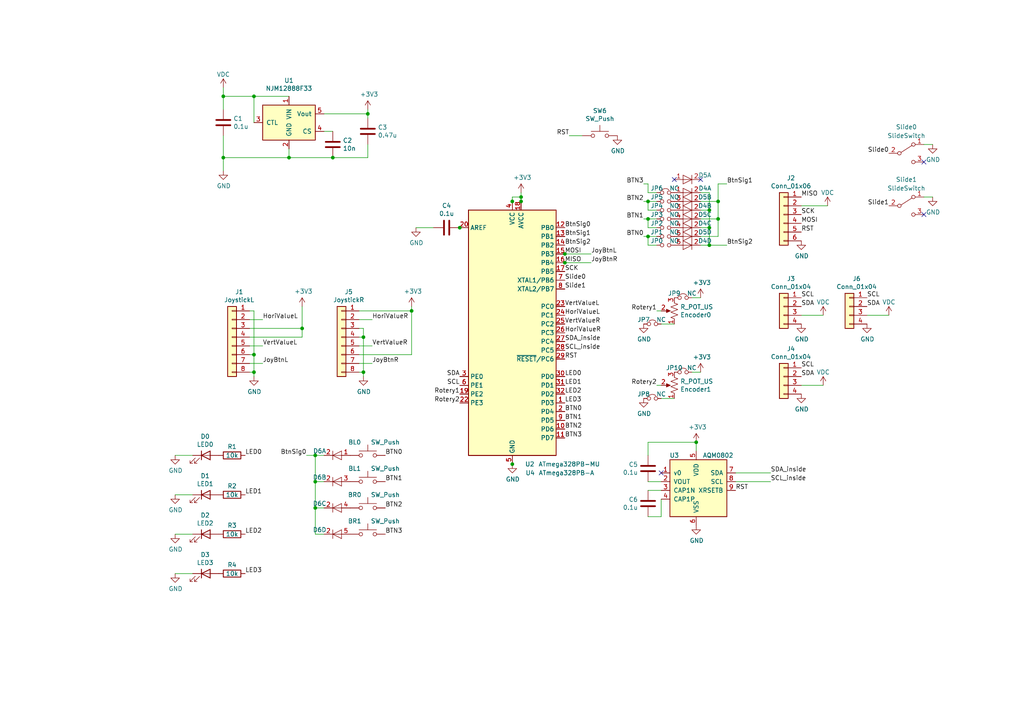
<source format=kicad_sch>
(kicad_sch (version 20230121) (generator eeschema)
  (paper "A4")
  (lib_symbols
    (symbol "Connector_Generic:Conn_01x04" (pin_names (offset 1.016) hide)
      (property "Reference" "J" (at 0 5.08 0))
      (property "Value" "Conn_01x04" (at 0 -7.62 0))
      (symbol "Conn_01x04_1_1"
        (rectangle (start -1.27 -4.953) (end 0 -5.207) (stroke (width 0.1524)))
        (rectangle (start -1.27 -2.413) (end 0 -2.667) (stroke (width 0.1524)))
        (rectangle (start -1.27 0.127) (end 0 -0.127) (stroke (width 0.1524)))
        (rectangle (start -1.27 2.667) (end 0 2.413) (stroke (width 0.1524)))
        (rectangle (start -1.27 3.81) (end 1.27 -6.35) (stroke (width 0.254)) (fill (type background)))
        (pin passive line (at -5.08 2.54 0) (length 3.81) (name "Pin_1") (number "1"))
        (pin passive line (at -5.08 0 0) (length 3.81) (name "Pin_2") (number "2"))
        (pin passive line (at -5.08 -2.54 0) (length 3.81) (name "Pin_3") (number "3"))
        (pin passive line (at -5.08 -5.08 0) (length 3.81) (name "Pin_4") (number "4"))
      )
    )
    (symbol "Connector_Generic:Conn_01x06" (pin_names (offset 1.016) hide)
      (property "Reference" "J" (at 0 7.62 0))
      (property "Value" "Conn_01x06" (at 0 -10.16 0))
      (symbol "Conn_01x06_1_1"
        (rectangle (start -1.27 -7.493) (end 0 -7.747) (stroke (width 0.1524)))
        (rectangle (start -1.27 -4.953) (end 0 -5.207) (stroke (width 0.1524)))
        (rectangle (start -1.27 -2.413) (end 0 -2.667) (stroke (width 0.1524)))
        (rectangle (start -1.27 0.127) (end 0 -0.127) (stroke (width 0.1524)))
        (rectangle (start -1.27 2.667) (end 0 2.413) (stroke (width 0.1524)))
        (rectangle (start -1.27 5.207) (end 0 4.953) (stroke (width 0.1524)))
        (rectangle (start -1.27 6.35) (end 1.27 -8.89) (stroke (width 0.254)) (fill (type background)))
        (pin passive line (at -5.08 5.08 0) (length 3.81) (name "Pin_1") (number "1"))
        (pin passive line (at -5.08 2.54 0) (length 3.81) (name "Pin_2") (number "2"))
        (pin passive line (at -5.08 0 0) (length 3.81) (name "Pin_3") (number "3"))
        (pin passive line (at -5.08 -2.54 0) (length 3.81) (name "Pin_4") (number "4"))
        (pin passive line (at -5.08 -5.08 0) (length 3.81) (name "Pin_5") (number "5"))
        (pin passive line (at -5.08 -7.62 0) (length 3.81) (name "Pin_6") (number "6"))
      )
    )
    (symbol "Connector_Generic:Conn_01x08" (pin_names (offset 1.016) hide)
      (property "Reference" "J" (at 0 10.16 0))
      (property "Value" "Conn_01x08" (at 0 -12.7 0))
      (symbol "Conn_01x08_1_1"
        (rectangle (start -1.27 -10.033) (end 0 -10.287) (stroke (width 0.1524)))
        (rectangle (start -1.27 -7.493) (end 0 -7.747) (stroke (width 0.1524)))
        (rectangle (start -1.27 -4.953) (end 0 -5.207) (stroke (width 0.1524)))
        (rectangle (start -1.27 -2.413) (end 0 -2.667) (stroke (width 0.1524)))
        (rectangle (start -1.27 0.127) (end 0 -0.127) (stroke (width 0.1524)))
        (rectangle (start -1.27 2.667) (end 0 2.413) (stroke (width 0.1524)))
        (rectangle (start -1.27 5.207) (end 0 4.953) (stroke (width 0.1524)))
        (rectangle (start -1.27 7.747) (end 0 7.493) (stroke (width 0.1524)))
        (rectangle (start -1.27 8.89) (end 1.27 -11.43) (stroke (width 0.254)) (fill (type background)))
        (pin passive line (at -5.08 7.62 0) (length 3.81) (name "Pin_1") (number "1"))
        (pin passive line (at -5.08 5.08 0) (length 3.81) (name "Pin_2") (number "2"))
        (pin passive line (at -5.08 2.54 0) (length 3.81) (name "Pin_3") (number "3"))
        (pin passive line (at -5.08 0 0) (length 3.81) (name "Pin_4") (number "4"))
        (pin passive line (at -5.08 -2.54 0) (length 3.81) (name "Pin_5") (number "5"))
        (pin passive line (at -5.08 -5.08 0) (length 3.81) (name "Pin_6") (number "6"))
        (pin passive line (at -5.08 -7.62 0) (length 3.81) (name "Pin_7") (number "7"))
        (pin passive line (at -5.08 -10.16 0) (length 3.81) (name "Pin_8") (number "8"))
      )
    )
    (symbol "Device:C" (pin_numbers hide) (pin_names (offset 0.254))
      (property "Reference" "C" (at 0.635 2.54 0))
      (property "Value" "C" (at 0.635 -2.54 0))
      (symbol "C_0_1"
        (polyline (pts (xy -2.032 -0.762) (xy 2.032 -0.762)) (stroke (width 0.508)))
        (polyline (pts (xy -2.032 0.762) (xy 2.032 0.762)) (stroke (width 0.508)))
      )
      (symbol "C_1_1"
        (pin passive line (at 0 3.81 270) (length 2.794) (name "~") (number "1"))
        (pin passive line (at 0 -3.81 90) (length 2.794) (name "~") (number "2"))
      )
    )
    (symbol "Device:LED" (pin_numbers hide) (pin_names (offset 1.016) hide)
      (property "Reference" "D" (at 0 2.54 0))
      (property "Value" "LED" (at 0 -2.54 0))
      (symbol "LED_0_1"
        (polyline (pts (xy -1.27 -1.27) (xy -1.27 1.27)) (stroke (width 0.254)))
        (polyline (pts (xy -1.27 0) (xy 1.27 0)))
        (polyline (pts (xy 1.27 -1.27) (xy 1.27 1.27) (xy -1.27 0) (xy 1.27 -1.27)) (stroke (width 0.254)))
        (polyline (pts (xy -3.048 -0.762) (xy -4.572 -2.286) (xy -3.81 -2.286) (xy -4.572 -2.286) (xy -4.572 -1.524)))
        (polyline (pts (xy -1.778 -0.762) (xy -3.302 -2.286) (xy -2.54 -2.286) (xy -3.302 -2.286) (xy -3.302 -1.524)))
      )
      (symbol "LED_1_1"
        (pin passive line (at -3.81 0 0) (length 2.54) (name "K") (number "1"))
        (pin passive line (at 3.81 0 180) (length 2.54) (name "A") (number "2"))
      )
    )
    (symbol "Device:R" (pin_numbers hide) (pin_names (offset 0))
      (property "Reference" "R" (at 2.032 0 90))
      (property "Value" "R" (at 0 0 90))
      (symbol "R_0_1"
        (rectangle (start -1.016 -2.54) (end 1.016 2.54) (stroke (width 0.254)))
      )
      (symbol "R_1_1"
        (pin passive line (at 0 3.81 270) (length 1.27) (name "~") (number "1"))
        (pin passive line (at 0 -3.81 90) (length 1.27) (name "~") (number "2"))
      )
    )
    (symbol "I2cControlPanel-rescue:ATmega328PB-MU-MCU_Microchip_ATmega"
      (property "Reference" "U" (at -12.7 36.83 0))
      (property "Value" "ATmega328PB-MU-MCU_Microchip_ATmega" (at 2.54 -36.83 0))
      (symbol "ATmega328PB-MU-MCU_Microchip_ATmega_0_1"
        (rectangle (start -12.7 -35.56) (end 12.7 35.56) (stroke (width 0.254)) (fill (type background)))
      )
      (symbol "ATmega328PB-MU-MCU_Microchip_ATmega_1_1"
        (pin bidirectional line (at 15.24 -20.32 180) (length 2.54) (name "PD3") (number "1"))
        (pin bidirectional line (at 15.24 -27.94 180) (length 2.54) (name "PD6") (number "10"))
        (pin bidirectional line (at 15.24 -30.48 180) (length 2.54) (name "PD7") (number "11"))
        (pin bidirectional line (at 15.24 30.48 180) (length 2.54) (name "PB0") (number "12"))
        (pin bidirectional line (at 15.24 27.94 180) (length 2.54) (name "PB1") (number "13"))
        (pin bidirectional line (at 15.24 25.4 180) (length 2.54) (name "PB2") (number "14"))
        (pin bidirectional line (at 15.24 22.86 180) (length 2.54) (name "PB3") (number "15"))
        (pin bidirectional line (at 15.24 20.32 180) (length 2.54) (name "PB4") (number "16"))
        (pin bidirectional line (at 15.24 17.78 180) (length 2.54) (name "PB5") (number "17"))
        (pin power_in line (at 2.54 38.1 270) (length 2.54) (name "AVCC") (number "18"))
        (pin bidirectional line (at -15.24 -17.78 0) (length 2.54) (name "PE2") (number "19"))
        (pin bidirectional line (at 15.24 -22.86 180) (length 2.54) (name "PD4") (number "2"))
        (pin passive line (at -15.24 30.48 0) (length 2.54) (name "AREF") (number "20"))
        (pin passive line (at 0 -38.1 90) (length 2.54) hide (name "GND") (number "21"))
        (pin bidirectional line (at -15.24 -20.32 0) (length 2.54) (name "PE3") (number "22"))
        (pin bidirectional line (at 15.24 7.62 180) (length 2.54) (name "PC0") (number "23"))
        (pin bidirectional line (at 15.24 5.08 180) (length 2.54) (name "PC1") (number "24"))
        (pin bidirectional line (at 15.24 2.54 180) (length 2.54) (name "PC2") (number "25"))
        (pin bidirectional line (at 15.24 0 180) (length 2.54) (name "PC3") (number "26"))
        (pin bidirectional line (at 15.24 -2.54 180) (length 2.54) (name "PC4") (number "27"))
        (pin bidirectional line (at 15.24 -5.08 180) (length 2.54) (name "PC5") (number "28"))
        (pin bidirectional line (at 15.24 -7.62 180) (length 2.54) (name "~{RESET}/PC6") (number "29"))
        (pin bidirectional line (at -15.24 -12.7 0) (length 2.54) (name "PE0") (number "3"))
        (pin bidirectional line (at 15.24 -12.7 180) (length 2.54) (name "PD0") (number "30"))
        (pin bidirectional line (at 15.24 -15.24 180) (length 2.54) (name "PD1") (number "31"))
        (pin bidirectional line (at 15.24 -17.78 180) (length 2.54) (name "PD2") (number "32"))
        (pin passive line (at 0 -38.1 90) (length 2.54) hide (name "GND") (number "33"))
        (pin power_in line (at 0 38.1 270) (length 2.54) (name "VCC") (number "4"))
        (pin power_in line (at 0 -38.1 90) (length 2.54) (name "GND") (number "5"))
        (pin bidirectional line (at -15.24 -15.24 0) (length 2.54) (name "PE1") (number "6"))
        (pin bidirectional line (at 15.24 15.24 180) (length 2.54) (name "XTAL1/PB6") (number "7"))
        (pin bidirectional line (at 15.24 12.7 180) (length 2.54) (name "XTAL2/PB7") (number "8"))
        (pin bidirectional line (at 15.24 -25.4 180) (length 2.54) (name "PD5") (number "9"))
      )
    )
    (symbol "I2cControlPanel-rescue:Jumper_NC_Small-Device" (pin_numbers hide) (pin_names (offset 0.762) hide)
      (property "Reference" "JP" (at 0 2.032 0))
      (property "Value" "Jumper_NC_Small-Device" (at 0.254 -1.524 0))
      (symbol "Jumper_NC_Small-Device_0_1"
        (circle (center -1.016 0) (radius 0.508))
        (circle (center 1.016 0) (radius 0.508))
        (arc (start 1.016 0.762) (mid 0 1.1828) (end -1.016 0.762))
        (pin passive line (at -2.54 0 0) (length 1.016) (name "1") (number "1"))
        (pin passive line (at 2.54 0 180) (length 1.016) (name "2") (number "2"))
      )
    )
    (symbol "I2cControlPanel-rescue:Jumper_NO_Small-Device" (pin_numbers hide) (pin_names (offset 0.762) hide)
      (property "Reference" "JP" (at 0 2.032 0))
      (property "Value" "Jumper_NO_Small-Device" (at 0.254 -1.524 0))
      (symbol "Jumper_NO_Small-Device_0_1"
        (circle (center -1.016 0) (radius 0.508))
        (circle (center 1.016 0) (radius 0.508))
        (pin passive line (at -2.54 0 0) (length 1.016) (name "1") (number "1"))
        (pin passive line (at 2.54 0 180) (length 1.016) (name "2") (number "2"))
      )
    )
    (symbol "I2cControlPanel-rescue:R_POT_US-Device" (pin_names (offset 1.016) hide)
      (property "Reference" "RV" (at -4.445 0 90))
      (property "Value" "R_POT_US-Device" (at -2.54 0 90))
      (symbol "R_POT_US-Device_0_1"
        (polyline (pts (xy 0 -2.286) (xy 0 -2.54)))
        (polyline (pts (xy 0 2.54) (xy 0 2.286)))
        (polyline (pts (xy 2.54 0) (xy 1.524 0)))
        (polyline (pts (xy 1.143 0) (xy 2.286 0.508) (xy 2.286 -0.508) (xy 1.143 0)) (fill (type outline)))
        (polyline (pts (xy 0 -0.762) (xy 1.016 -1.143) (xy 0 -1.524) (xy -1.016 -1.905) (xy 0 -2.286)))
        (polyline (pts (xy 0 0.762) (xy 1.016 0.381) (xy 0 0) (xy -1.016 -0.381) (xy 0 -0.762)))
        (polyline (pts (xy 0 2.286) (xy 1.016 1.905) (xy 0 1.524) (xy -1.016 1.143) (xy 0 0.762)))
      )
      (symbol "R_POT_US-Device_1_1"
        (pin passive line (at 0 3.81 270) (length 1.27) (name "1") (number "1"))
        (pin passive line (at 3.81 0 180) (length 1.27) (name "2") (number "2"))
        (pin passive line (at 0 -3.81 90) (length 1.27) (name "3") (number "3"))
      )
    )
    (symbol "MCU_Microchip_ATmega:ATmega328PB-A"
      (property "Reference" "U" (at -12.7 36.83 0))
      (property "Value" "ATmega328PB-A" (at 2.54 -36.83 0))
      (symbol "ATmega328PB-A_0_1"
        (rectangle (start -12.7 -35.56) (end 12.7 35.56) (stroke (width 0.254)) (fill (type background)))
      )
      (symbol "ATmega328PB-A_1_1"
        (pin bidirectional line (at 15.24 -20.32 180) (length 2.54) (name "PD3") (number "1"))
        (pin bidirectional line (at 15.24 -27.94 180) (length 2.54) (name "PD6") (number "10"))
        (pin bidirectional line (at 15.24 -30.48 180) (length 2.54) (name "PD7") (number "11"))
        (pin bidirectional line (at 15.24 30.48 180) (length 2.54) (name "PB0") (number "12"))
        (pin bidirectional line (at 15.24 27.94 180) (length 2.54) (name "PB1") (number "13"))
        (pin bidirectional line (at 15.24 25.4 180) (length 2.54) (name "PB2") (number "14"))
        (pin bidirectional line (at 15.24 22.86 180) (length 2.54) (name "PB3") (number "15"))
        (pin bidirectional line (at 15.24 20.32 180) (length 2.54) (name "PB4") (number "16"))
        (pin bidirectional line (at 15.24 17.78 180) (length 2.54) (name "PB5") (number "17"))
        (pin power_in line (at 2.54 38.1 270) (length 2.54) (name "AVCC") (number "18"))
        (pin bidirectional line (at -15.24 -17.78 0) (length 2.54) (name "PE2") (number "19"))
        (pin bidirectional line (at 15.24 -22.86 180) (length 2.54) (name "PD4") (number "2"))
        (pin passive line (at -15.24 30.48 0) (length 2.54) (name "AREF") (number "20"))
        (pin passive line (at 0 -38.1 90) (length 2.54) hide (name "GND") (number "21"))
        (pin bidirectional line (at -15.24 -20.32 0) (length 2.54) (name "PE3") (number "22"))
        (pin bidirectional line (at 15.24 7.62 180) (length 2.54) (name "PC0") (number "23"))
        (pin bidirectional line (at 15.24 5.08 180) (length 2.54) (name "PC1") (number "24"))
        (pin bidirectional line (at 15.24 2.54 180) (length 2.54) (name "PC2") (number "25"))
        (pin bidirectional line (at 15.24 0 180) (length 2.54) (name "PC3") (number "26"))
        (pin bidirectional line (at 15.24 -2.54 180) (length 2.54) (name "PC4") (number "27"))
        (pin bidirectional line (at 15.24 -5.08 180) (length 2.54) (name "PC5") (number "28"))
        (pin bidirectional line (at 15.24 -7.62 180) (length 2.54) (name "~{RESET}/PC6") (number "29"))
        (pin bidirectional line (at -15.24 -12.7 0) (length 2.54) (name "PE0") (number "3"))
        (pin bidirectional line (at 15.24 -12.7 180) (length 2.54) (name "PD0") (number "30"))
        (pin bidirectional line (at 15.24 -15.24 180) (length 2.54) (name "PD1") (number "31"))
        (pin bidirectional line (at 15.24 -17.78 180) (length 2.54) (name "PD2") (number "32"))
        (pin power_in line (at 0 38.1 270) (length 2.54) (name "VCC") (number "4"))
        (pin power_in line (at 0 -38.1 90) (length 2.54) (name "GND") (number "5"))
        (pin bidirectional line (at -15.24 -15.24 0) (length 2.54) (name "PE1") (number "6"))
        (pin bidirectional line (at 15.24 15.24 180) (length 2.54) (name "XTAL1/PB6") (number "7"))
        (pin bidirectional line (at 15.24 12.7 180) (length 2.54) (name "XTAL2/PB7") (number "8"))
        (pin bidirectional line (at 15.24 -25.4 180) (length 2.54) (name "PD5") (number "9"))
      )
    )
    (symbol "Switch:SW_Push" (pin_numbers hide) (pin_names (offset 1.016) hide)
      (property "Reference" "SW" (at 1.27 2.54 0))
      (property "Value" "SW_Push" (at 0 -1.524 0))
      (symbol "SW_Push_0_1"
        (circle (center -2.032 0) (radius 0.508))
        (polyline (pts (xy 0 1.27) (xy 0 3.048)))
        (polyline (pts (xy 2.54 1.27) (xy -2.54 1.27)))
        (circle (center 2.032 0) (radius 0.508))
        (pin passive line (at -5.08 0 0) (length 2.54) (name "1") (number "1"))
        (pin passive line (at 5.08 0 180) (length 2.54) (name "2") (number "2"))
      )
    )
    (symbol "Switch:SW_SPDT" (pin_names (offset 0) hide)
      (property "Reference" "SW" (at 0 4.318 0))
      (property "Value" "SW_SPDT" (at 0 -5.08 0))
      (symbol "SW_SPDT_0_0"
        (circle (center -2.032 0) (radius 0.508))
        (circle (center 2.032 -2.54) (radius 0.508))
      )
      (symbol "SW_SPDT_0_1"
        (polyline (pts (xy -1.524 0.254) (xy 1.651 2.286)))
        (circle (center 2.032 2.54) (radius 0.508))
      )
      (symbol "SW_SPDT_1_1"
        (pin passive line (at 5.08 2.54 180) (length 2.54) (name "A") (number "1"))
        (pin passive line (at -5.08 0 0) (length 2.54) (name "B") (number "2"))
        (pin passive line (at 5.08 -2.54 180) (length 2.54) (name "C") (number "3"))
      )
    )
    (symbol "asukiaaa-kicad-symbols:AQM0802" (pin_names (offset 1.016))
      (property "Reference" "U" (at 7.62 -8.89 0))
      (property "Value" "AQM0802" (at 6.35 10.16 0))
      (symbol "AQM0802_0_1"
        (rectangle (start -7.62 8.89) (end 8.89 -7.62) (stroke (width 0.254)) (fill (type background)))
      )
      (symbol "AQM0802_1_1"
        (pin bidirectional line (at -10.16 5.08 0) (length 2.54) (name "v0") (number "1"))
        (pin bidirectional line (at -10.16 2.54 0) (length 2.54) (name "VOUT") (number "2"))
        (pin bidirectional line (at -10.16 0 0) (length 2.54) (name "CAP1N") (number "3"))
        (pin bidirectional line (at -10.16 -2.54 0) (length 2.54) (name "CAP1P") (number "4"))
        (pin bidirectional line (at 0 11.43 270) (length 2.54) (name "VDD") (number "5"))
        (pin bidirectional line (at 0 -10.16 90) (length 2.54) (name "VSS") (number "6"))
        (pin bidirectional line (at 11.43 5.08 180) (length 2.54) (name "SDA") (number "7"))
        (pin bidirectional line (at 11.43 2.54 180) (length 2.54) (name "SCL") (number "8"))
        (pin bidirectional line (at 11.43 0 180) (length 2.54) (name "XRSETB") (number "9"))
      )
    )
    (symbol "asukiaaa-kicad-symbols:Diode_4array_1SS309" (pin_names (offset 1.016))
      (property "Reference" "D" (at 0 2.54 0))
      (property "Value" "Diode_4array_1SS309" (at 0 -2.54 0))
      (symbol "Diode_4array_1SS309_1_1"
        (polyline (pts (xy -1.27 1.27) (xy -1.27 -1.27)) (stroke (width 0.1524)))
        (polyline (pts (xy 1.27 0) (xy -1.27 0)))
        (polyline (pts (xy 1.27 1.27) (xy 1.27 -1.27)))
        (polyline (pts (xy 1.27 1.27) (xy -1.27 0) (xy 1.27 -1.27)))
        (pin passive line (at 3.81 0 180) (length 2.54) (name "~") (number "1"))
        (pin passive line (at -3.81 0 0) (length 2.54) (name "~") (number "2"))
      )
      (symbol "Diode_4array_1SS309_2_1"
        (polyline (pts (xy -1.27 1.27) (xy -1.27 -1.27)) (stroke (width 0.1524)))
        (polyline (pts (xy 1.27 0) (xy -1.27 0)))
        (polyline (pts (xy 1.27 1.27) (xy 1.27 -1.27)))
        (polyline (pts (xy 1.27 1.27) (xy -1.27 0) (xy 1.27 -1.27)))
        (pin passive line (at -3.81 0 0) (length 2.54) (name "~") (number "2"))
        (pin passive line (at 3.81 0 180) (length 2.54) (name "~") (number "3"))
      )
      (symbol "Diode_4array_1SS309_3_1"
        (polyline (pts (xy -1.27 1.27) (xy -1.27 -1.27)) (stroke (width 0.1524)))
        (polyline (pts (xy 1.27 0) (xy -1.27 0)))
        (polyline (pts (xy 1.27 1.27) (xy 1.27 -1.27)))
        (polyline (pts (xy 1.27 1.27) (xy -1.27 0) (xy 1.27 -1.27)))
        (pin passive line (at -3.81 0 0) (length 2.54) (name "~") (number "2"))
        (pin passive line (at 3.81 0 180) (length 2.54) (name "~") (number "4"))
      )
      (symbol "Diode_4array_1SS309_4_1"
        (polyline (pts (xy -1.27 1.27) (xy -1.27 -1.27)) (stroke (width 0.1524)))
        (polyline (pts (xy 1.27 0) (xy -1.27 0)))
        (polyline (pts (xy 1.27 1.27) (xy 1.27 -1.27)))
        (polyline (pts (xy 1.27 1.27) (xy -1.27 0) (xy 1.27 -1.27)))
        (pin passive line (at -3.81 0 0) (length 2.54) (name "~") (number "2"))
        (pin passive line (at 3.81 0 180) (length 2.54) (name "~") (number "5"))
      )
    )
    (symbol "asukiaaa-kicad-symbols:NJM12888F33" (pin_names (offset 1.016))
      (property "Reference" "U" (at 2.54 -6.35 0))
      (property "Value" "NJM12888F33" (at 8.89 6.35 0))
      (symbol "NJM12888F33_0_1"
        (rectangle (start -7.62 5.08) (end 7.62 -5.08) (stroke (width 0.254)) (fill (type background)))
      )
      (symbol "NJM12888F33_1_1"
        (pin power_in line (at 0 7.62 270) (length 2.54) (name "VIN") (number "1"))
        (pin power_in line (at 0 -7.62 90) (length 2.54) (name "GND") (number "2"))
        (pin input line (at -10.16 0 0) (length 2.54) (name "CTL") (number "3"))
        (pin input line (at 10.16 -2.54 180) (length 2.54) (name "CS") (number "4"))
        (pin input line (at 10.16 2.54 180) (length 2.54) (name "Vout") (number "5"))
      )
    )
    (symbol "power:+3V3" (power) (pin_names (offset 0))
      (property "Value" "+3V3" (at 0 3.556 0))
      (symbol "+3V3_0_1"
        (polyline (pts (xy -0.762 1.27) (xy 0 2.54)))
        (polyline (pts (xy 0 0) (xy 0 2.54)))
        (polyline (pts (xy 0 2.54) (xy 0.762 1.27)))
      )
      (symbol "+3V3_1_1"
        (pin power_in line (at 0 0 90) (length 0) hide (name "+3V3") (number "1"))
      )
    )
    (symbol "power:GND" (power) (pin_names (offset 0))
      (property "Value" "GND" (at 0 -3.81 0))
      (symbol "GND_0_1"
        (polyline (pts (xy 0 0) (xy 0 -1.27) (xy 1.27 -1.27) (xy 0 -2.54) (xy -1.27 -1.27) (xy 0 -1.27)))
      )
      (symbol "GND_1_1"
        (pin power_in line (at 0 0 270) (length 0) hide (name "GND") (number "1"))
      )
    )
    (symbol "power:VDC" (power) (pin_names (offset 0))
      (property "Value" "VDC" (at 0 6.35 0))
      (symbol "VDC_0_1"
        (polyline (pts (xy -0.762 1.27) (xy 0 2.54)))
        (polyline (pts (xy 0 0) (xy 0 2.54)))
        (polyline (pts (xy 0 2.54) (xy 0.762 1.27)))
      )
      (symbol "VDC_1_1"
        (pin power_in line (at 0 0 90) (length 0) hide (name "VDC") (number "1"))
      )
    )
  )
  (junction (at 205.74 66.04))
  (junction (at 133.35 66.04))
  (junction (at 208.28 58.42))
  (junction (at 106.68 33.02))
  (junction (at 119.38 90.17))
  (junction (at 83.82 45.72))
  (junction (at 64.77 27.94))
  (junction (at 105.41 107.95))
  (junction (at 151.13 58.42))
  (junction (at 163.83 73.66))
  (junction (at 73.66 107.95))
  (junction (at 151.13 57.15))
  (junction (at 201.93 128.27))
  (junction (at 87.63 95.25))
  (junction (at 96.52 45.72))
  (junction (at 73.66 27.94))
  (junction (at 73.66 102.87))
  (junction (at 205.74 71.12))
  (junction (at 91.44 147.32))
  (junction (at 187.96 58.42))
  (junction (at 105.41 97.79))
  (junction (at 163.83 76.2))
  (junction (at 91.44 132.08))
  (junction (at 64.77 45.72))
  (junction (at 148.59 58.42))
  (junction (at 148.59 134.62))
  (junction (at 187.96 63.5))
  (junction (at 91.44 139.7))
  (junction (at 187.96 68.58))
  (junction (at 205.74 60.96))
  (junction (at 208.28 63.5))
  (no_connect (at 191.77 137.16))
  (no_connect (at 267.97 62.23))
  (no_connect (at 195.58 52.07))
  (no_connect (at 267.97 46.99))
  (no_connect (at 203.2 52.07))
  (wire (pts (xy 187.96 68.58) (xy 187.96 71.12)))
  (wire (pts (xy 91.44 139.7) (xy 91.44 147.32)))
  (wire (pts (xy 91.44 132.08) (xy 93.98 132.08)))
  (wire (pts (xy 201.93 128.27) (xy 201.93 130.81)))
  (wire (pts (xy 64.77 27.94) (xy 64.77 31.75)))
  (wire (pts (xy 106.68 33.02) (xy 106.68 31.75)))
  (wire (pts (xy 187.96 58.42) (xy 187.96 60.96)))
  (wire (pts (xy 73.66 109.22) (xy 73.66 107.95)))
  (wire (pts (xy 72.39 100.33) (xy 76.2 100.33)))
  (wire (pts (xy 105.41 97.79) (xy 104.14 97.79)))
  (wire (pts (xy 72.39 97.79) (xy 87.63 97.79)))
  (wire (pts (xy 251.46 91.44) (xy 257.81 91.44)))
  (wire (pts (xy 187.96 53.34) (xy 186.69 53.34)))
  (wire (pts (xy 151.13 57.15) (xy 151.13 58.42)))
  (wire (pts (xy 186.69 63.5) (xy 187.96 63.5)))
  (wire (pts (xy 106.68 34.29) (xy 106.68 33.02)))
  (wire (pts (xy 205.74 60.96) (xy 205.74 55.88)))
  (wire (pts (xy 73.66 107.95) (xy 73.66 102.87)))
  (wire (pts (xy 151.13 57.15) (xy 148.59 57.15)))
  (wire (pts (xy 187.96 55.88) (xy 190.5 55.88)))
  (wire (pts (xy 232.41 91.44) (xy 238.76 91.44)))
  (wire (pts (xy 50.8 143.51) (xy 55.88 143.51)))
  (wire (pts (xy 191.77 144.78) (xy 191.77 149.86)))
  (wire (pts (xy 91.44 147.32) (xy 91.44 154.94)))
  (wire (pts (xy 73.66 27.94) (xy 83.82 27.94)))
  (wire (pts (xy 187.96 63.5) (xy 190.5 63.5)))
  (wire (pts (xy 270.51 41.91) (xy 267.97 41.91)))
  (wire (pts (xy 232.41 59.69) (xy 240.03 59.69)))
  (wire (pts (xy 83.82 45.72) (xy 64.77 45.72)))
  (wire (pts (xy 105.41 95.25) (xy 105.41 97.79)))
  (wire (pts (xy 171.45 73.66) (xy 163.83 73.66)))
  (wire (pts (xy 73.66 90.17) (xy 73.66 102.87)))
  (wire (pts (xy 83.82 43.18) (xy 83.82 45.72)))
  (wire (pts (xy 208.28 53.34) (xy 210.82 53.34)))
  (wire (pts (xy 50.8 154.94) (xy 55.88 154.94)))
  (wire (pts (xy 119.38 88.9) (xy 119.38 90.17)))
  (wire (pts (xy 64.77 27.94) (xy 73.66 27.94)))
  (wire (pts (xy 232.41 111.76) (xy 238.76 111.76)))
  (wire (pts (xy 64.77 25.4) (xy 64.77 27.94)))
  (wire (pts (xy 205.74 66.04) (xy 205.74 60.96)))
  (wire (pts (xy 165.1 39.37) (xy 168.91 39.37)))
  (wire (pts (xy 203.2 63.5) (xy 208.28 63.5)))
  (wire (pts (xy 88.9 132.08) (xy 91.44 132.08)))
  (wire (pts (xy 187.96 58.42) (xy 186.69 58.42)))
  (wire (pts (xy 50.8 166.37) (xy 55.88 166.37)))
  (wire (pts (xy 187.96 142.24) (xy 191.77 142.24)))
  (wire (pts (xy 104.14 100.33) (xy 107.95 100.33)))
  (wire (pts (xy 105.41 107.95) (xy 104.14 107.95)))
  (wire (pts (xy 203.2 60.96) (xy 205.74 60.96)))
  (wire (pts (xy 72.39 95.25) (xy 87.63 95.25)))
  (wire (pts (xy 187.96 53.34) (xy 187.96 55.88)))
  (wire (pts (xy 213.36 139.7) (xy 223.52 139.7)))
  (wire (pts (xy 120.65 66.04) (xy 125.73 66.04)))
  (wire (pts (xy 119.38 90.17) (xy 119.38 102.87)))
  (wire (pts (xy 96.52 45.72) (xy 83.82 45.72)))
  (wire (pts (xy 96.52 45.72) (xy 106.68 45.72)))
  (wire (pts (xy 73.66 27.94) (xy 73.66 35.56)))
  (wire (pts (xy 72.39 102.87) (xy 73.66 102.87)))
  (wire (pts (xy 191.77 93.98) (xy 195.58 93.98)))
  (wire (pts (xy 73.66 107.95) (xy 72.39 107.95)))
  (wire (pts (xy 213.36 137.16) (xy 223.52 137.16)))
  (wire (pts (xy 93.98 147.32) (xy 91.44 147.32)))
  (wire (pts (xy 50.8 132.08) (xy 55.88 132.08)))
  (wire (pts (xy 96.52 38.1) (xy 93.98 38.1)))
  (wire (pts (xy 201.93 128.27) (xy 187.96 128.27)))
  (wire (pts (xy 187.96 60.96) (xy 190.5 60.96)))
  (wire (pts (xy 187.96 66.04) (xy 190.5 66.04)))
  (wire (pts (xy 171.45 76.2) (xy 163.83 76.2)))
  (wire (pts (xy 203.2 86.36) (xy 200.66 86.36)))
  (wire (pts (xy 190.5 90.17) (xy 191.77 90.17)))
  (wire (pts (xy 106.68 45.72) (xy 106.68 41.91)))
  (wire (pts (xy 210.82 71.12) (xy 205.74 71.12)))
  (wire (pts (xy 191.77 149.86) (xy 187.96 149.86)))
  (wire (pts (xy 91.44 139.7) (xy 93.98 139.7)))
  (wire (pts (xy 105.41 109.22) (xy 105.41 107.95)))
  (wire (pts (xy 104.14 102.87) (xy 119.38 102.87)))
  (wire (pts (xy 104.14 90.17) (xy 119.38 90.17)))
  (wire (pts (xy 190.5 68.58) (xy 187.96 68.58)))
  (wire (pts (xy 191.77 115.57) (xy 195.58 115.57)))
  (wire (pts (xy 76.2 92.71) (xy 72.39 92.71)))
  (wire (pts (xy 208.28 58.42) (xy 203.2 58.42)))
  (wire (pts (xy 107.95 105.41) (xy 104.14 105.41)))
  (wire (pts (xy 91.44 132.08) (xy 91.44 139.7)))
  (wire (pts (xy 76.2 105.41) (xy 72.39 105.41)))
  (wire (pts (xy 105.41 97.79) (xy 105.41 107.95)))
  (wire (pts (xy 104.14 95.25) (xy 105.41 95.25)))
  (wire (pts (xy 205.74 66.04) (xy 203.2 66.04)))
  (wire (pts (xy 190.5 111.76) (xy 191.77 111.76)))
  (wire (pts (xy 187.96 63.5) (xy 187.96 66.04)))
  (wire (pts (xy 208.28 63.5) (xy 208.28 68.58)))
  (wire (pts (xy 208.28 68.58) (xy 203.2 68.58)))
  (wire (pts (xy 205.74 55.88) (xy 203.2 55.88)))
  (wire (pts (xy 64.77 45.72) (xy 64.77 49.53)))
  (wire (pts (xy 205.74 71.12) (xy 205.74 66.04)))
  (wire (pts (xy 187.96 128.27) (xy 187.96 132.08)))
  (wire (pts (xy 148.59 57.15) (xy 148.59 58.42)))
  (wire (pts (xy 87.63 95.25) (xy 87.63 97.79)))
  (wire (pts (xy 187.96 68.58) (xy 186.69 68.58)))
  (wire (pts (xy 87.63 88.9) (xy 87.63 95.25)))
  (wire (pts (xy 64.77 39.37) (xy 64.77 45.72)))
  (wire (pts (xy 190.5 58.42) (xy 187.96 58.42)))
  (wire (pts (xy 187.96 139.7) (xy 191.77 139.7)))
  (wire (pts (xy 205.74 71.12) (xy 203.2 71.12)))
  (wire (pts (xy 107.95 92.71) (xy 104.14 92.71)))
  (wire (pts (xy 73.66 90.17) (xy 72.39 90.17)))
  (wire (pts (xy 267.97 57.15) (xy 270.51 57.15)))
  (wire (pts (xy 187.96 71.12) (xy 190.5 71.12)))
  (wire (pts (xy 106.68 33.02) (xy 93.98 33.02)))
  (wire (pts (xy 208.28 53.34) (xy 208.28 58.42)))
  (wire (pts (xy 203.2 107.95) (xy 200.66 107.95)))
  (wire (pts (xy 151.13 55.88) (xy 151.13 57.15)))
  (wire (pts (xy 208.28 58.42) (xy 208.28 63.5)))
  (wire (pts (xy 91.44 154.94) (xy 93.98 154.94)))
  (label "HoriValueL" (at 76.2 92.71 0))
  (label "LED3" (at 71.12 166.37 0))
  (label "HoriValueR" (at 107.95 92.71 0))
  (label "SCL" (at 251.46 86.36 0))
  (label "BTN2" (at 163.83 124.46 0))
  (label "SDA" (at 251.46 88.9 0))
  (label "SCL" (at 232.41 86.36 0))
  (label "BTN0" (at 111.76 132.08 0))
  (label "SDA" (at 232.41 88.9 0))
  (label "BTN0" (at 186.69 68.58 180))
  (label "Rotery1" (at 133.35 114.3 180))
  (label "JoyBtnR" (at 171.45 76.2 0))
  (label "VertValueR" (at 107.95 100.33 0))
  (label "HoriValueL" (at 163.83 91.44 0))
  (label "BTN2" (at 111.76 147.32 0))
  (label "Rotery2" (at 190.5 111.76 180))
  (label "LED1" (at 163.83 111.76 0))
  (label "Rotery1" (at 190.5 90.17 180))
  (label "SDA_inside" (at 223.52 137.16 0))
  (label "BTN0" (at 163.83 119.38 0))
  (label "Slide0" (at 257.81 44.45 180))
  (label "BTN3" (at 111.76 154.94 0))
  (label "LED3" (at 163.83 116.84 0))
  (label "SCL" (at 133.35 111.76 180))
  (label "SCL_inside" (at 163.83 101.6 0))
  (label "SDA_inside" (at 163.83 99.06 0))
  (label "MISO" (at 232.41 57.15 0))
  (label "SCK" (at 232.41 62.23 0))
  (label "BTN1" (at 111.76 139.7 0))
  (label "BtnSig2" (at 163.83 71.12 0))
  (label "VertValueL" (at 76.2 100.33 0))
  (label "MISO" (at 163.83 76.2 0))
  (label "SCL_inside" (at 223.52 139.7 0))
  (label "SDA" (at 232.41 109.22 0))
  (label "BTN1" (at 163.83 121.92 0))
  (label "Slide0" (at 163.83 81.28 0))
  (label "MOSI" (at 163.83 73.66 0))
  (label "BTN3" (at 163.83 127 0))
  (label "HoriValueR" (at 163.83 96.52 0))
  (label "VertValueR" (at 163.83 93.98 0))
  (label "Slide1" (at 163.83 83.82 0))
  (label "RST" (at 213.36 142.24 0))
  (label "LED2" (at 71.12 154.94 0))
  (label "SCL" (at 232.41 106.68 0))
  (label "MOSI" (at 232.41 64.77 0))
  (label "LED1" (at 71.12 143.51 0))
  (label "LED2" (at 163.83 114.3 0))
  (label "RST" (at 232.41 67.31 0))
  (label "BtnSig1" (at 163.83 68.58 0))
  (label "Slide1" (at 257.81 59.69 180))
  (label "BTN1" (at 186.69 63.5 180))
  (label "SCK" (at 163.83 78.74 0))
  (label "RST" (at 165.1 39.37 180))
  (label "JoyBtnL" (at 76.2 105.41 0))
  (label "JoyBtnR" (at 107.95 105.41 0))
  (label "SDA" (at 133.35 109.22 180))
  (label "LED0" (at 163.83 109.22 0))
  (label "BtnSig0" (at 88.9 132.08 180))
  (label "VertValueL" (at 163.83 88.9 0))
  (label "Rotery2" (at 133.35 116.84 180))
  (label "BTN2" (at 186.69 58.42 180))
  (label "RST" (at 163.83 104.14 0))
  (label "BTN3" (at 186.69 53.34 180))
  (label "BtnSig0" (at 163.83 66.04 0))
  (label "BtnSig1" (at 210.82 53.34 0))
  (label "BtnSig2" (at 210.82 71.12 0))
  (label "LED0" (at 71.12 132.08 0))
  (label "JoyBtnL" (at 171.45 73.66 0))
  (symbol (lib_id "Device:R") (at 67.31 132.08 270) (unit 1)
    (property "Reference" "R1" (at 67.31 129.54 90))
    (property "Value" "10k" (at 67.31 132.08 90))
    (property "Footprint" "Resistor_SMD:R_0603_1608Metric" (effects hide))
  )
  (symbol (lib_id "power:GND") (at 73.66 109.22 0) (unit 1)
    (property "Reference" "#PWR0101" (effects hide))
    (property "Value" "GND" (at 73.787 113.6142 0))
  )
  (symbol (lib_id "power:+3V3") (at 87.63 88.9 0) (unit 1)
    (property "Reference" "#PWR0102" (effects hide))
    (property "Value" "+3V3" (at 88.011 84.5058 0))
  )
  (symbol (lib_id "Device:LED") (at 59.69 132.08 0) (unit 1)
    (property "Reference" "D0" (at 59.5122 126.5936 0))
    (property "Value" "LED0" (at 59.5122 128.905 0))
    (property "Footprint" "Diode_SMD:D_0603_1608Metric_Pad1.05x0.95mm_HandSolder" (effects hide))
  )
  (symbol (lib_id "power:GND") (at 50.8 132.08 0) (unit 1)
    (property "Reference" "#PWR0103" (effects hide))
    (property "Value" "GND" (at 50.927 136.4742 0))
  )
  (symbol (lib_id "Device:LED") (at 59.69 143.51 0) (unit 1)
    (property "Reference" "D1" (at 59.5122 138.0236 0))
    (property "Value" "LED1" (at 59.5122 140.335 0))
    (property "Footprint" "Diode_SMD:D_0603_1608Metric_Pad1.05x0.95mm_HandSolder" (effects hide))
  )
  (symbol (lib_id "power:GND") (at 50.8 143.51 0) (unit 1)
    (property "Reference" "#PWR0104" (effects hide))
    (property "Value" "GND" (at 50.927 147.9042 0))
  )
  (symbol (lib_id "Device:LED") (at 59.69 154.94 0) (unit 1)
    (property "Reference" "D2" (at 59.5122 149.4536 0))
    (property "Value" "LED2" (at 59.5122 151.765 0))
    (property "Footprint" "Diode_SMD:D_0603_1608Metric_Pad1.05x0.95mm_HandSolder" (effects hide))
  )
  (symbol (lib_id "power:GND") (at 50.8 154.94 0) (unit 1)
    (property "Reference" "#PWR0105" (effects hide))
    (property "Value" "GND" (at 50.927 159.3342 0))
  )
  (symbol (lib_id "power:GND") (at 148.59 134.62 0) (unit 1)
    (property "Reference" "#PWR0107" (effects hide))
    (property "Value" "GND" (at 148.717 139.0142 0))
  )
  (symbol (lib_id "power:+3V3") (at 151.13 55.88 0) (unit 1)
    (property "Reference" "#PWR0108" (effects hide))
    (property "Value" "+3V3" (at 151.511 51.4858 0))
  )
  (symbol (lib_id "Device:C") (at 129.54 66.04 90) (unit 1)
    (property "Reference" "C4" (at 129.54 59.6392 90))
    (property "Value" "0.1u" (at 129.54 61.9506 90))
    (property "Footprint" "Capacitor_SMD:C_0402_1005Metric" (effects hide))
  )
  (symbol (lib_id "power:GND") (at 120.65 66.04 0) (unit 1)
    (property "Reference" "#PWR0109" (effects hide))
    (property "Value" "GND" (at 120.777 70.4342 0))
  )
  (symbol (lib_id "power:GND") (at 64.77 49.53 0) (unit 1)
    (property "Reference" "#PWR0110" (effects hide))
    (property "Value" "GND" (at 64.897 53.9242 0))
  )
  (symbol (lib_id "Device:C") (at 64.77 35.56 0) (unit 1)
    (property "Reference" "C1" (at 67.691 34.3916 0) (effects (justify left)))
    (property "Value" "0.1u" (at 67.691 36.703 0) (effects (justify left)))
    (property "Footprint" "Capacitor_SMD:C_0402_1005Metric" (effects hide))
  )
  (symbol (lib_id "Device:C") (at 96.52 41.91 0) (unit 1)
    (property "Reference" "C2" (at 99.441 40.7416 0) (effects (justify left)))
    (property "Value" "10n" (at 99.441 43.053 0) (effects (justify left)))
    (property "Footprint" "Capacitor_SMD:C_0603_1608Metric" (effects hide))
  )
  (symbol (lib_id "Device:C") (at 106.68 38.1 0) (unit 1)
    (property "Reference" "C3" (at 109.601 36.9316 0) (effects (justify left)))
    (property "Value" "0.47u" (at 109.601 39.243 0) (effects (justify left)))
    (property "Footprint" "Capacitor_SMD:C_0402_1005Metric" (effects hide))
  )
  (symbol (lib_id "power:+3V3") (at 106.68 31.75 0) (unit 1)
    (property "Reference" "#PWR0112" (effects hide))
    (property "Value" "+3V3" (at 107.061 27.3558 0))
  )
  (symbol (lib_id "Connector_Generic:Conn_01x06") (at 227.33 62.23 0) (mirror y) (unit 1)
    (property "Reference" "J2" (at 229.4128 51.6382 0))
    (property "Value" "Conn_01x06" (at 229.4128 53.9496 0))
    (property "Footprint" "asukiaaa-kicad-footprints:2x03_P2.54mm_Pads" (effects hide))
  )
  (symbol (lib_id "power:GND") (at 232.41 69.85 0) (unit 1)
    (property "Reference" "#PWR0113" (effects hide))
    (property "Value" "GND" (at 232.537 74.2442 0))
  )
  (symbol (lib_id "Connector_Generic:Conn_01x04") (at 227.33 88.9 0) (mirror y) (unit 1)
    (property "Reference" "J3" (at 229.4128 80.8482 0))
    (property "Value" "Conn_01x04" (at 229.4128 83.1596 0))
    (property "Footprint" "footprints:NS-Tech_Grove_1x04_P2mm_Horizontal" (effects hide))
  )
  (symbol (lib_id "power:GND") (at 232.41 93.98 0) (unit 1)
    (property "Reference" "#PWR0116" (effects hide))
    (property "Value" "GND" (at 232.537 98.3742 0))
  )
  (symbol (lib_id "Device:R") (at 67.31 143.51 270) (unit 1)
    (property "Reference" "R2" (at 67.31 140.97 90))
    (property "Value" "10k" (at 67.31 143.51 90))
    (property "Footprint" "Resistor_SMD:R_0603_1608Metric" (effects hide))
  )
  (symbol (lib_id "Device:R") (at 67.31 154.94 270) (unit 1)
    (property "Reference" "R3" (at 67.31 152.4 90))
    (property "Value" "10k" (at 67.31 154.94 90))
    (property "Footprint" "Resistor_SMD:R_0603_1608Metric" (effects hide))
  )
  (symbol (lib_id "Switch:SW_Push") (at 106.68 132.08 0) (unit 1)
    (property "Reference" "BL0" (at 102.87 128.27 0))
    (property "Value" "SW_Push" (at 111.76 128.27 0))
    (property "Footprint" "footprints:SW_Center_PUSH-12mm" (effects hide))
  )
  (symbol (lib_id "Switch:SW_Push") (at 106.68 139.7 0) (unit 1)
    (property "Reference" "BL1" (at 102.87 135.89 0))
    (property "Value" "SW_Push" (at 111.76 135.89 0))
    (property "Footprint" "footprints:SW_Center_PUSH-12mm" (effects hide))
  )
  (symbol (lib_id "Switch:SW_Push") (at 106.68 147.32 0) (unit 1)
    (property "Reference" "BR0" (at 102.87 143.51 0))
    (property "Value" "SW_Push" (at 111.76 143.51 0))
    (property "Footprint" "footprints:SW_Center_PUSH-12mm" (effects hide))
  )
  (symbol (lib_id "Switch:SW_Push") (at 106.68 154.94 0) (unit 1)
    (property "Reference" "BR1" (at 102.87 151.13 0))
    (property "Value" "SW_Push" (at 111.76 151.13 0))
    (property "Footprint" "footprints:SW_Center_PUSH-12mm" (effects hide))
  )
  (symbol (lib_id "power:VDC") (at 64.77 25.4 0) (unit 1)
    (property "Reference" "#PWR0106" (effects hide))
    (property "Value" "VDC" (at 64.77 21.59 0))
  )
  (symbol (lib_id "power:VDC") (at 240.03 59.69 0) (unit 1)
    (property "Reference" "#PWR0111" (effects hide))
    (property "Value" "VDC" (at 240.03 55.88 0))
  )
  (symbol (lib_id "power:VDC") (at 238.76 91.44 0) (unit 1)
    (property "Reference" "#PWR0114" (effects hide))
    (property "Value" "VDC" (at 238.76 87.63 0))
  )
  (symbol (lib_id "Connector_Generic:Conn_01x04") (at 227.33 109.22 0) (mirror y) (unit 1)
    (property "Reference" "J4" (at 229.4128 101.1682 0))
    (property "Value" "Conn_01x04" (at 229.4128 103.4796 0))
    (property "Footprint" "TerminalBlock:TerminalBlock_bornier-4_P5.08mm" (effects hide))
  )
  (symbol (lib_id "power:GND") (at 232.41 114.3 0) (unit 1)
    (property "Reference" "#PWR0121" (effects hide))
    (property "Value" "GND" (at 232.537 118.6942 0))
  )
  (symbol (lib_id "power:VDC") (at 238.76 111.76 0) (unit 1)
    (property "Reference" "#PWR0122" (effects hide))
    (property "Value" "VDC" (at 238.76 107.95 0))
  )
  (symbol (lib_id "I2cControlPanel-rescue:ATmega328PB-MU-MCU_Microchip_ATmega") (at 148.59 96.52 0) (unit 1)
    (property "Reference" "U2" (at 153.67 134.62 0))
    (property "Value" "ATmega328PB-MU" (at 165.1 134.62 0))
    (property "Footprint" "Package_DFN_QFN:QFN-32-1EP_5x5mm_P0.5mm_EP3.1x3.1mm" (effects hide))
    (property "Datasheet" "http://ww1.microchip.com/downloads/en/DeviceDoc/40001906C.pdf" (effects hide))
  )
  (symbol (lib_id "asukiaaa-kicad-symbols:AQM0802") (at 201.93 142.24 0) (unit 1)
    (property "Reference" "U3" (at 195.58 132.08 0))
    (property "Value" "AQM0802" (at 208.28 132.08 0))
    (property "Footprint" "asukiaaa-kicad-footprints:AQM0802A-RN-GBW" (effects hide))
  )
  (symbol (lib_id "power:GND") (at 105.41 109.22 0) (unit 1)
    (property "Reference" "#PWR0115" (effects hide))
    (property "Value" "GND" (at 105.537 113.6142 0))
  )
  (symbol (lib_id "power:+3V3") (at 119.38 88.9 0) (unit 1)
    (property "Reference" "#PWR0125" (effects hide))
    (property "Value" "+3V3" (at 119.761 84.5058 0))
  )
  (symbol (lib_id "power:GND") (at 201.93 152.4 0) (unit 1)
    (property "Reference" "#PWR0126" (effects hide))
    (property "Value" "GND" (at 202.057 156.7942 0))
  )
  (symbol (lib_id "power:+3V3") (at 201.93 128.27 0) (unit 1)
    (property "Reference" "#PWR0127" (effects hide))
    (property "Value" "+3V3" (at 202.311 123.8758 0))
  )
  (symbol (lib_id "Device:C") (at 187.96 146.05 180) (unit 1)
    (property "Reference" "C6" (at 185.039 144.8816 0) (effects (justify left)))
    (property "Value" "0.1u" (at 185.039 147.193 0) (effects (justify left)))
    (property "Footprint" "Capacitor_SMD:C_0402_1005Metric" (effects hide))
  )
  (symbol (lib_id "Device:C") (at 187.96 135.89 180) (unit 1)
    (property "Reference" "C5" (at 185.039 134.7216 0) (effects (justify left)))
    (property "Value" "0.1u" (at 185.039 137.033 0) (effects (justify left)))
    (property "Footprint" "Capacitor_SMD:C_0402_1005Metric" (effects hide))
  )
  (symbol (lib_id "Connector_Generic:Conn_01x04") (at 246.38 88.9 0) (mirror y) (unit 1)
    (property "Reference" "J6" (at 248.4628 80.8482 0))
    (property "Value" "Conn_01x04" (at 248.4628 83.1596 0))
    (property "Footprint" "footprints:NS-Tech_Grove_1x04_P2mm_Horizontal" (effects hide))
  )
  (symbol (lib_id "power:GND") (at 251.46 93.98 0) (unit 1)
    (property "Reference" "#PWR0128" (effects hide))
    (property "Value" "GND" (at 251.587 98.3742 0))
  )
  (symbol (lib_id "power:VDC") (at 257.81 91.44 0) (unit 1)
    (property "Reference" "#PWR0129" (effects hide))
    (property "Value" "VDC" (at 257.81 87.63 0))
  )
  (symbol (lib_id "I2cControlPanel-rescue:R_POT_US-Device") (at 195.58 90.17 180) (unit 1)
    (property "Reference" "Encoder0" (at 197.3072 91.3384 0) (effects (justify right)))
    (property "Value" "R_POT_US" (at 197.3072 89.027 0) (effects (justify right)))
    (property "Footprint" "asukiaaa-kicad-footprints:RoteryEncoderWithPowerLabel" (effects hide))
  )
  (symbol (lib_id "power:+3V3") (at 203.2 86.36 0) (unit 1)
    (property "Reference" "#PWR0123" (effects hide))
    (property "Value" "+3V3" (at 203.581 81.9658 0))
  )
  (symbol (lib_id "power:GND") (at 186.69 93.98 0) (unit 1)
    (property "Reference" "#PWR0124" (effects hide))
    (property "Value" "GND" (at 186.817 98.3742 0))
  )
  (symbol (lib_id "I2cControlPanel-rescue:R_POT_US-Device") (at 195.58 111.76 180) (unit 1)
    (property "Reference" "Encoder1" (at 197.3072 112.9284 0) (effects (justify right)))
    (property "Value" "R_POT_US" (at 197.3072 110.617 0) (effects (justify right)))
    (property "Footprint" "asukiaaa-kicad-footprints:RoteryEncoderWithPowerLabel" (effects hide))
  )
  (symbol (lib_id "power:+3V3") (at 203.2 107.95 0) (unit 1)
    (property "Reference" "#PWR0130" (effects hide))
    (property "Value" "+3V3" (at 203.581 103.5558 0))
  )
  (symbol (lib_id "power:GND") (at 186.69 115.57 0) (unit 1)
    (property "Reference" "#PWR0131" (effects hide))
    (property "Value" "GND" (at 186.817 119.9642 0))
  )
  (symbol (lib_id "Connector_Generic:Conn_01x08") (at 67.31 97.79 0) (mirror y) (unit 1)
    (property "Reference" "J1" (at 69.3928 84.6582 0))
    (property "Value" "JoystickL" (at 69.3928 86.9696 0))
    (property "Footprint" "asukiaaa-kicad-footprints:PS4tJoystick" (effects hide))
  )
  (symbol (lib_id "Connector_Generic:Conn_01x08") (at 99.06 97.79 0) (mirror y) (unit 1)
    (property "Reference" "J5" (at 101.1428 84.6582 0))
    (property "Value" "JoystickR" (at 101.1428 86.9696 0))
    (property "Footprint" "asukiaaa-kicad-footprints:PS4tJoystick" (effects hide))
  )
  (symbol (lib_id "Switch:SW_SPDT") (at 262.89 44.45 0) (unit 1)
    (property "Reference" "Slide0" (at 262.89 36.83 0))
    (property "Value" "SlideSwitch" (at 262.89 39.37 0))
    (property "Footprint" "asukiaaa-kicad-footprints:SlideSwitch_SS12D01G4_2posi_1line" (effects hide))
  )
  (symbol (lib_id "power:GND") (at 270.51 41.91 0) (unit 1)
    (property "Reference" "#PWR0117" (effects hide))
    (property "Value" "GND" (at 270.637 46.3042 0))
  )
  (symbol (lib_id "I2cControlPanel-rescue:Jumper_NC_Small-Device") (at 193.04 55.88 0) (unit 1)
    (property "Reference" "JP6" (at 190.5 54.61 0))
    (property "Value" "NC" (at 195.58 54.61 0))
    (property "Footprint" "Jumper:SolderJumper-2_P1.3mm_Bridged_RoundedPad1.0x1.5mm" (effects hide))
  )
  (symbol (lib_id "I2cControlPanel-rescue:Jumper_NO_Small-Device") (at 193.04 66.04 0) (unit 1)
    (property "Reference" "JP2" (at 190.5 64.77 0))
    (property "Value" "NO" (at 195.58 64.77 0))
    (property "Footprint" "Jumper:SolderJumper-2_P1.3mm_Open_RoundedPad1.0x1.5mm" (effects hide))
  )
  (symbol (lib_id "I2cControlPanel-rescue:Jumper_NO_Small-Device") (at 193.04 58.42 0) (unit 1)
    (property "Reference" "JP5" (at 190.5 57.15 0))
    (property "Value" "NO" (at 195.58 57.15 0))
    (property "Footprint" "Jumper:SolderJumper-2_P1.3mm_Open_RoundedPad1.0x1.5mm" (effects hide))
  )
  (symbol (lib_id "I2cControlPanel-rescue:Jumper_NO_Small-Device") (at 193.04 60.96 0) (unit 1)
    (property "Reference" "JP4" (at 190.5 59.69 0))
    (property "Value" "NO" (at 195.58 59.69 0))
    (property "Footprint" "Jumper:SolderJumper-2_P1.3mm_Open_RoundedPad1.0x1.5mm" (effects hide))
  )
  (symbol (lib_id "I2cControlPanel-rescue:Jumper_NO_Small-Device") (at 193.04 63.5 0) (unit 1)
    (property "Reference" "JP3" (at 190.5 62.23 0))
    (property "Value" "NO" (at 195.58 62.23 0))
    (property "Footprint" "Jumper:SolderJumper-2_P1.3mm_Open_RoundedPad1.0x1.5mm" (effects hide))
  )
  (symbol (lib_id "I2cControlPanel-rescue:Jumper_NO_Small-Device") (at 193.04 68.58 0) (unit 1)
    (property "Reference" "JP1" (at 190.5 67.31 0))
    (property "Value" "NO" (at 195.58 67.31 0))
    (property "Footprint" "Jumper:SolderJumper-2_P1.3mm_Open_RoundedPad1.0x1.5mm" (effects hide))
  )
  (symbol (lib_id "I2cControlPanel-rescue:Jumper_NO_Small-Device") (at 193.04 71.12 0) (unit 1)
    (property "Reference" "JP0" (at 190.5 69.85 0))
    (property "Value" "NO" (at 195.58 69.85 0))
    (property "Footprint" "Jumper:SolderJumper-2_P1.3mm_Open_RoundedPad1.0x1.5mm" (effects hide))
  )
  (symbol (lib_id "Switch:SW_Push") (at 173.99 39.37 0) (unit 1)
    (property "Reference" "SW6" (at 173.99 32.131 0))
    (property "Value" "SW_Push" (at 173.99 34.4424 0))
    (property "Footprint" "Button_Switch_THT:SW_PUSH_6mm" (effects hide))
  )
  (symbol (lib_id "power:GND") (at 179.07 39.37 0) (unit 1)
    (property "Reference" "#PWR0120" (effects hide))
    (property "Value" "GND" (at 179.197 43.7642 0))
  )
  (symbol (lib_id "Device:LED") (at 59.69 166.37 0) (unit 1)
    (property "Reference" "D3" (at 59.5122 160.8836 0))
    (property "Value" "LED3" (at 59.5122 163.195 0))
    (property "Footprint" "Diode_SMD:D_0603_1608Metric_Pad1.05x0.95mm_HandSolder" (effects hide))
  )
  (symbol (lib_id "power:GND") (at 50.8 166.37 0) (unit 1)
    (property "Reference" "#PWR0118" (effects hide))
    (property "Value" "GND" (at 50.927 170.7642 0))
  )
  (symbol (lib_id "Device:R") (at 67.31 166.37 270) (unit 1)
    (property "Reference" "R4" (at 67.31 163.83 90))
    (property "Value" "10k" (at 67.31 166.37 90))
    (property "Footprint" "Resistor_SMD:R_0603_1608Metric" (effects hide))
  )
  (symbol (lib_id "asukiaaa-kicad-symbols:NJM12888F33") (at 83.82 35.56 0) (unit 1)
    (property "Reference" "U1" (at 83.82 23.3426 0))
    (property "Value" "NJM12888F33" (at 83.82 25.654 0))
    (property "Footprint" "Package_TO_SOT_SMD:SOT-23-5" (effects hide))
  )
  (symbol (lib_id "power:GND") (at 270.51 57.15 0) (unit 1)
    (property "Reference" "#PWR0119" (effects hide))
    (property "Value" "GND" (at 270.637 61.5442 0))
  )
  (symbol (lib_id "Switch:SW_SPDT") (at 262.89 59.69 0) (unit 1)
    (property "Reference" "Slide1" (at 262.89 52.07 0))
    (property "Value" "SlideSwitch" (at 262.89 54.61 0))
    (property "Footprint" "asukiaaa-kicad-footprints:SlideSwitch_SS12D01G4_2posi_1line" (effects hide))
  )
  (symbol (lib_id "asukiaaa-kicad-symbols:Diode_4array_1SS309") (at 199.39 55.88 180) (unit 1)
    (property "Reference" "D4" (at 204.47 54.61 0))
    (property "Value" "1SS309" (effects hide))
    (property "Footprint" "asukiaaa-kicad-footprints:SC-74-5_1.6x2.9mm_P0.95mm" (effects hide))
    (property "Datasheet" "https://toshiba.semicon-storage.com/info/docget.jsp?did=3305&prodName=1SS309" (effects hide))
  )
  (symbol (lib_id "asukiaaa-kicad-symbols:Diode_4array_1SS309") (at 199.39 66.04 180) (unit 3)
    (property "Reference" "D4" (at 204.47 64.77 0))
    (property "Value" "1SS309" (effects hide))
    (property "Footprint" "asukiaaa-kicad-footprints:SC-74-5_1.6x2.9mm_P0.95mm" (effects hide))
    (property "Datasheet" "https://toshiba.semicon-storage.com/info/docget.jsp?did=3305&prodName=1SS309" (effects hide))
  )
  (symbol (lib_id "asukiaaa-kicad-symbols:Diode_4array_1SS309") (at 199.39 60.96 180) (unit 2)
    (property "Reference" "D4" (at 204.47 59.69 0))
    (property "Value" "1SS309" (effects hide))
    (property "Footprint" "asukiaaa-kicad-footprints:SC-74-5_1.6x2.9mm_P0.95mm" (effects hide))
    (property "Datasheet" "https://toshiba.semicon-storage.com/info/docget.jsp?did=3305&prodName=1SS309" (effects hide))
  )
  (symbol (lib_id "asukiaaa-kicad-symbols:Diode_4array_1SS309") (at 199.39 71.12 180) (unit 4)
    (property "Reference" "D4" (at 204.47 69.85 0))
    (property "Value" "1SS309" (effects hide))
    (property "Footprint" "asukiaaa-kicad-footprints:SC-74-5_1.6x2.9mm_P0.95mm" (effects hide))
    (property "Datasheet" "https://toshiba.semicon-storage.com/info/docget.jsp?did=3305&prodName=1SS309" (effects hide))
  )
  (symbol (lib_id "asukiaaa-kicad-symbols:Diode_4array_1SS309") (at 199.39 52.07 180) (unit 1)
    (property "Reference" "D5" (at 204.47 50.8 0))
    (property "Value" "1SS309" (effects hide))
    (property "Footprint" "asukiaaa-kicad-footprints:SC-74-5_1.6x2.9mm_P0.95mm" (effects hide))
    (property "Datasheet" "https://toshiba.semicon-storage.com/info/docget.jsp?did=3305&prodName=1SS309" (effects hide))
  )
  (symbol (lib_id "asukiaaa-kicad-symbols:Diode_4array_1SS309") (at 199.39 58.42 180) (unit 2)
    (property "Reference" "D5" (at 204.47 57.15 0))
    (property "Value" "1SS309" (effects hide))
    (property "Footprint" "asukiaaa-kicad-footprints:SC-74-5_1.6x2.9mm_P0.95mm" (effects hide))
    (property "Datasheet" "https://toshiba.semicon-storage.com/info/docget.jsp?did=3305&prodName=1SS309" (effects hide))
  )
  (symbol (lib_id "asukiaaa-kicad-symbols:Diode_4array_1SS309") (at 199.39 63.5 180) (unit 3)
    (property "Reference" "D5" (at 204.47 62.23 0))
    (property "Value" "1SS309" (effects hide))
    (property "Footprint" "asukiaaa-kicad-footprints:SC-74-5_1.6x2.9mm_P0.95mm" (effects hide))
    (property "Datasheet" "https://toshiba.semicon-storage.com/info/docget.jsp?did=3305&prodName=1SS309" (effects hide))
  )
  (symbol (lib_id "asukiaaa-kicad-symbols:Diode_4array_1SS309") (at 199.39 68.58 180) (unit 4)
    (property "Reference" "D5" (at 204.47 67.31 0))
    (property "Value" "1SS309" (effects hide))
    (property "Footprint" "asukiaaa-kicad-footprints:SC-74-5_1.6x2.9mm_P0.95mm" (effects hide))
    (property "Datasheet" "https://toshiba.semicon-storage.com/info/docget.jsp?did=3305&prodName=1SS309" (effects hide))
  )
  (symbol (lib_id "asukiaaa-kicad-symbols:Diode_4array_1SS309") (at 97.79 132.08 0) (unit 1)
    (property "Reference" "D6" (at 92.71 130.81 0))
    (property "Value" "1SS309" (effects hide))
    (property "Footprint" "asukiaaa-kicad-footprints:SC-74-5_1.6x2.9mm_P0.95mm" (effects hide))
    (property "Datasheet" "https://toshiba.semicon-storage.com/info/docget.jsp?did=3305&prodName=1SS309" (effects hide))
  )
  (symbol (lib_id "asukiaaa-kicad-symbols:Diode_4array_1SS309") (at 97.79 139.7 0) (unit 2)
    (property "Reference" "D6" (at 92.71 138.43 0))
    (property "Value" "1SS309" (effects hide))
    (property "Footprint" "asukiaaa-kicad-footprints:SC-74-5_1.6x2.9mm_P0.95mm" (effects hide))
    (property "Datasheet" "https://toshiba.semicon-storage.com/info/docget.jsp?did=3305&prodName=1SS309" (effects hide))
  )
  (symbol (lib_id "asukiaaa-kicad-symbols:Diode_4array_1SS309") (at 97.79 147.32 0) (unit 3)
    (property "Reference" "D6" (at 92.71 146.05 0))
    (property "Value" "1SS309" (effects hide))
    (property "Footprint" "asukiaaa-kicad-footprints:SC-74-5_1.6x2.9mm_P0.95mm" (effects hide))
    (property "Datasheet" "https://toshiba.semicon-storage.com/info/docget.jsp?did=3305&prodName=1SS309" (effects hide))
  )
  (symbol (lib_id "asukiaaa-kicad-symbols:Diode_4array_1SS309") (at 97.79 154.94 0) (unit 4)
    (property "Reference" "D6" (at 92.71 153.67 0))
    (property "Value" "1SS309" (effects hide))
    (property "Footprint" "asukiaaa-kicad-footprints:SC-74-5_1.6x2.9mm_P0.95mm" (effects hide))
    (property "Datasheet" "https://toshiba.semicon-storage.com/info/docget.jsp?did=3305&prodName=1SS309" (effects hide))
  )
  (symbol (lib_id "I2cControlPanel-rescue:Jumper_NC_Small-Device") (at 198.12 107.95 0) (unit 1)
    (property "Reference" "JP10" (at 195.58 106.68 0))
    (property "Value" "NC" (at 200.66 106.68 0))
    (property "Footprint" "Jumper:SolderJumper-2_P1.3mm_Bridged_RoundedPad1.0x1.5mm" (effects hide))
  )
  (symbol (lib_id "I2cControlPanel-rescue:Jumper_NC_Small-Device") (at 189.23 93.98 0) (unit 1)
    (property "Reference" "JP7" (at 186.69 92.71 0))
    (property "Value" "NC" (at 191.77 92.71 0))
    (property "Footprint" "Jumper:SolderJumper-2_P1.3mm_Bridged_RoundedPad1.0x1.5mm" (effects hide))
  )
  (symbol (lib_id "I2cControlPanel-rescue:Jumper_NC_Small-Device") (at 198.12 86.36 0) (unit 1)
    (property "Reference" "JP9" (at 195.58 85.09 0))
    (property "Value" "NC" (at 200.66 85.09 0))
    (property "Footprint" "Jumper:SolderJumper-2_P1.3mm_Bridged_RoundedPad1.0x1.5mm" (effects hide))
  )
  (symbol (lib_id "I2cControlPanel-rescue:Jumper_NC_Small-Device") (at 189.23 115.57 0) (unit 1)
    (property "Reference" "JP8" (at 186.69 114.3 0))
    (property "Value" "NC" (at 191.77 114.3 0))
    (property "Footprint" "Jumper:SolderJumper-2_P1.3mm_Bridged_RoundedPad1.0x1.5mm" (effects hide))
  )
  (symbol (lib_id "MCU_Microchip_ATmega:ATmega328PB-A") (at 148.59 96.52 0) (unit 1)
    (property "Reference" "U4" (at 152.4 137.16 0) (effects (justify left)))
    (property "Value" "ATmega328PB-A" (at 156.21 137.16 0) (effects (justify left)))
    (property "Footprint" "asukiaaa-kicad-footprints:TQFP-32_7x7mm_P0.8mm_short_inner" (effects hide))
    (property "Datasheet" "http://ww1.microchip.com/downloads/en/DeviceDoc/40001906C.pdf" (effects hide))
  )
)
</source>
